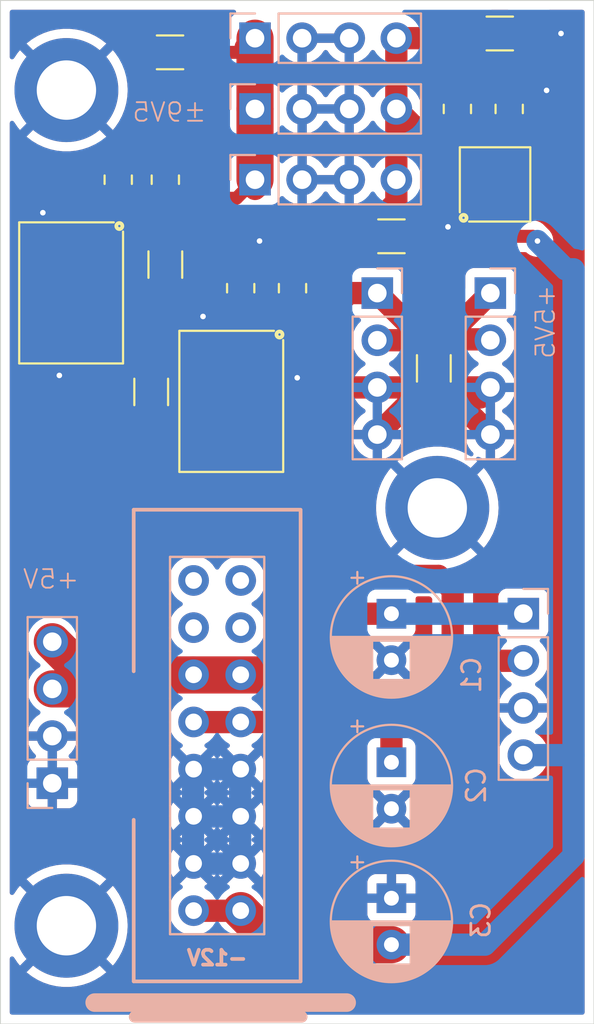
<source format=kicad_pcb>
(kicad_pcb (version 20240108) (generator "pcbnew") (generator_version "8.0")
  (layers (0 "F.Cu" signal) (31 "B.Cu" signal) (34 "B.Paste" user) (35 "F.Paste" user) (36 "B.SilkS" user "B.Silkscreen") (37 "F.SilkS" user "F.Silkscreen") (38 "B.Mask" user) (39 "F.Mask" user) (44 "Edge.Cuts" user))
  (net 0 "")
  (net 5 "-12V")
  (net 6 "+5V")
  (net 7 "GND")
  (net 8 "+12V")
  (net 9 "Net-(U3-BYP)")
  (net 10 "Net-(U1-BYP)")
  (net 11 "Net-(U2-BYP)")
  (net 12 "5V5")
  (net 13 "-9V5")
  (net 14 "+9V5")
  (net 15 "/adj3")
  (net 16 "/adj2")
  (net 17 "/adj1")
  (footprint "Capacitor_SMD:C_1206_3216Metric_Pad1.33x1.80mm_HandSolder" (layer "F.Cu") (at 115.062 122.174 180)
    (property "Reference" "C6" (hide yes))
    (property "Value" "10nF")
  )
  (footprint "Resistor_SMD:R_0805_2012Metric_Pad1.20x1.40mm_HandSolder" (layer "F.Cu") (at 109.728 124.968 90)
    (property "Reference" "R1" (hide yes))
    (property "Value" "47k")
  )
  (footprint "MountingHole:MountingHole_3.2mm_M3_DIN965_Pad" (layer "F.Cu") (at 97.536 159.3)
    (property "Reference" "H2" (hide yes))
    (property "Value" "MountingHole_Pad" (hide yes))
  )
  (footprint "PCM_Package_SO_AKL:SO-8_3.9x4.9mm_P1.27mm" (layer "F.Cu") (at 106.426 131.064 -90)
    (property "Reference" "U3" (hide yes))
    (property "Value" "LT1763CS8" (hide yes))
  )
  (footprint "Capacitor_SMD:C_1206_3216Metric_Pad1.33x1.80mm_HandSolder" (layer "F.Cu") (at 103.124 112.268 180)
    (property "Reference" "C8" (hide yes))
    (property "Value" "10uF X7R")
  )
  (footprint "Capacitor_SMD:C_1206_3216Metric_Pad1.33x1.80mm_HandSolder" (layer "F.Cu") (at 102.108 130.556 90)
    (property "Reference" "C4" (hide yes))
    (property "Value" "10nF")
  )
  (footprint "Resistor_SMD:R_0805_2012Metric_Pad1.20x1.40mm_HandSolder" (layer "F.Cu") (at 100.33 119.126 90)
    (property "Reference" "R8" (hide yes))
    (property "Value" "6k98")
  )
  (footprint "Resistor_SMD:R_0805_2012Metric_Pad1.20x1.40mm_HandSolder" (layer "F.Cu") (at 106.934 124.968 90)
    (property "Reference" "R2" (hide yes))
    (property "Value" "13k3")
  )
  (footprint "MountingHole:MountingHole_3.2mm_M3_DIN965_Pad" (layer "F.Cu") (at 117.536 136.8)
    (property "Reference" "H3" (hide yes))
    (property "Value" "MountingHole_Pad" (hide yes))
  )
  (footprint "Resistor_SMD:R_0805_2012Metric_Pad1.20x1.40mm_HandSolder" (layer "F.Cu") (at 102.87 119.126 90)
    (property "Reference" "R7" (hide yes))
    (property "Value" "47k")
  )
  (footprint "MountingHole:MountingHole_3.2mm_M3_DIN965_Pad" (layer "F.Cu") (at 97.536 114.3)
    (property "Reference" "H1" (hide yes))
    (property "Value" "MountingHole_Pad" (hide yes))
  )
  (footprint "Capacitor_SMD:C_1206_3216Metric_Pad1.33x1.80mm_HandSolder" (layer "F.Cu") (at 117.348 129.286 -90)
    (property "Reference" "C7" (hide yes))
    (property "Value" "10uF X7R")
  )
  (footprint "Capacitor_SMD:C_1206_3216Metric_Pad1.33x1.80mm_HandSolder" (layer "F.Cu") (at 102.87 123.698 -90)
    (property "Reference" "C9" (hide yes))
    (property "Value" "10nF")
  )
  (footprint "Resistor_SMD:R_0805_2012Metric_Pad1.20x1.40mm_HandSolder" (layer "F.Cu") (at 118.618 115.316 90)
    (property "Reference" "R3" (hide yes))
    (property "Value" "47k")
  )
  (footprint "Resistor_SMD:R_0805_2012Metric_Pad1.20x1.40mm_HandSolder" (layer "F.Cu") (at 121.412 115.316 90)
    (property "Reference" "R4" (hide yes))
    (property "Value" "6k98")
  )
  (footprint "PCM_Package_SO_AKL:SO-8_3.9x4.9mm_P1.27mm" (layer "F.Cu") (at 97.79 125.222 -90)
    (property "Reference" "U1" (hide yes))
    (property "Value" "LT1763CS8" (hide yes))
  )
  (footprint "Capacitor_SMD:C_1206_3216Metric_Pad1.33x1.80mm_HandSolder" (layer "F.Cu") (at 120.904 111.252)
    (property "Reference" "C5" (hide yes))
    (property "Value" "10uF X7R")
  )
  (footprint "PCM_Package_TO_SOT_SMD_AKL:SOT-23-5" (layer "F.Cu") (at 120.65 119.38 90)
    (property "Reference" "U2" (hide yes))
    (property "Value" "LT1964ES5-BYP" (hide yes))
  )
  (footprint "Capacitor_THT:CP_Radial_D6.3mm_P2.50mm" (layer "B.Cu") (at 115.062 157.819621 -90)
    (property "Reference" "C3")
    (property "Value" "22uF 25V Nichicon" (hide yes))
  )
  (footprint "PCM_4ms_Connector:Pins_2x08_2.54mm_TH_EuroPower_Shrouded_reducedsilk" (layer "B.Cu") (at 105.664 149.598 180)
    (property "Reference" "J1" (hide yes))
    (property "Value" "Eurorack_Power_16pin_Shrouded" (hide yes))
  )
  (footprint "Connector_PinHeader_2.54mm:PinHeader_1x04_P2.54mm_Vertical" (layer "B.Cu") (at 122.174 142.494 180)
    (property "Reference" "J8" (hide yes))
    (property "Value" "Conn_01x04_Pin" (hide yes))
  )
  (footprint "Connector_PinHeader_2.54mm:PinHeader_1x04_P2.54mm_Vertical" (layer "B.Cu") (at 107.706 115.316 -90)
    (property "Reference" "J5" (hide yes))
    (property "Value" "Conn_01x04_Pin" (hide yes))
  )
  (footprint "Connector_PinHeader_2.54mm:PinHeader_1x04_P2.54mm_Vertical" (layer "B.Cu") (at 120.396 125.232 180)
    (property "Reference" "J2" (hide yes))
    (property "Value" "Conn_01x04_Pin" (hide yes))
  )
  (footprint "Capacitor_THT:CP_Radial_D6.3mm_P2.50mm" (layer "B.Cu") (at 115.062 142.5 -90)
    (property "Reference" "C1")
    (property "Value" "68uF 25V Nichicon" (hide yes))
  )
  (footprint "Connector_PinHeader_2.54mm:PinHeader_1x04_P2.54mm_Vertical" (layer "B.Cu") (at 96.774 151.628)
    (property "Reference" "J7" (hide yes))
    (property "Value" "Conn_01x04_Pin" (hide yes))
  )
  (footprint "Capacitor_THT:CP_Radial_D6.3mm_P2.50mm" (layer "B.Cu") (at 115.062 150.5 -90)
    (property "Reference" "C2")
    (property "Value" "22uF 25V Nichicon" (hide yes))
  )
  (footprint "Connector_PinHeader_2.54mm:PinHeader_1x04_P2.54mm_Vertical" (layer "B.Cu") (at 107.706 119.126 -90)
    (property "Reference" "J4" (hide yes))
    (property "Value" "Conn_01x04_Pin" (hide yes))
  )
  (footprint "Connector_PinHeader_2.54mm:PinHeader_1x04_P2.54mm_Vertical" (layer "B.Cu") (at 114.3 125.232 180)
    (property "Reference" "J3" (hide yes))
    (property "Value" "Conn_01x04_Pin" (hide yes))
  )
  (footprint "Connector_PinHeader_2.54mm:PinHeader_1x04_P2.54mm_Vertical" (layer "B.Cu") (at 107.706 111.506 -90)
    (property "Reference" "J6" (hide yes))
    (property "Value" "Conn_01x04_Pin" (hide yes))
  )
  (gr_rect (start 93.98 109.474) (end 125.98 164.592) (stroke (width 0.05)) (fill none) (layer "Edge.Cuts"))
  (gr_text "+5V" (at 98.298 141.224 0) (layer "B.SilkS") (effects (font (size 1 1) (thickness 0.1)) (justify left bottom mirror)))
  (gr_text "±9V5" (at 105.156 116.078 0) (layer "B.SilkS") (effects (font (size 1 1) (thickness 0.1)) (justify left bottom mirror)))
  (gr_text "+5V5" (at 123.952 124.714 90) (layer "B.SilkS") (effects (font (size 1 1) (thickness 0.1)) (justify left bottom mirror)))
  (segment (start 112.730379 160.319621) (end 115.062 160.319621) (width 2) (layer "F.Cu") (net 5))
  (segment (start 122.682 122.174) (end 122.936 122.428) (width 0.7) (layer "F.Cu") (net 5))
  (segment (start 120.65 121.92) (end 120.904 122.174) (width 0.7) (layer "F.Cu") (net 5))
  (segment (start 112.014 161.036) (end 112.730379 160.319621) (width 2) (layer "F.Cu") (net 5))
  (segment (start 109.482 161.036) (end 112.014 161.036) (width 2) (layer "F.Cu") (net 5))
  (segment (start 120.65 120.48) (end 120.65 121.92) (width 0.7) (layer "F.Cu") (net 5))
  (segment (start 120.904 122.174) (end 122.682 122.174) (width 0.7) (layer "F.Cu") (net 5))
  (segment (start 106.904 158.496) (end 104.364 158.496) (width 1.2) (layer "F.Cu") (net 5))
  (segment (start 106.934 158.488) (end 109.482 161.036) (width 2) (layer "F.Cu") (net 5))
  (via (at 122.936 122.428) (size 0.6) (drill 0.3) (layers "F.Cu" "B.Cu") (net 5))
  (segment (start 115.062 160.319621) (end 120.096379 160.319621) (width 1.2) (layer "B.Cu") (net 5))
  (segment (start 124.88 150.114) (end 124.88 123.952) (width 1.2) (layer "B.Cu") (net 5))
  (segment (start 122.174 150.114) (end 124.88 150.114) (width 1.2) (layer "B.Cu") (net 5))
  (segment (start 124.88 123.952) (end 124.46 123.952) (width 1.2) (layer "B.Cu") (net 5))
  (segment (start 124.88 155.536) (end 124.88 150.114) (width 1.2) (layer "B.Cu") (net 5))
  (segment (start 120.096379 160.319621) (end 124.88 155.536) (width 1.2) (layer "B.Cu") (net 5))
  (segment (start 124.46 123.952) (end 122.936 122.428) (width 1.2) (layer "B.Cu") (net 5))
  (segment (start 108.364 145.796) (end 104.364 145.796) (width 2) (layer "F.Cu") (net 6))
  (segment (start 108.356 145.788) (end 108.364 145.796) (width 1.2) (layer "F.Cu") (net 6))
  (segment (start 106.904 145.796) (end 108.364 145.796) (width 0.2) (layer "F.Cu") (net 6))
  (segment (start 111.66 142.5) (end 108.364 145.796) (width 1.2) (layer "F.Cu") (net 6))
  (segment (start 98.562 145.796) (end 104.364 145.796) (width 2) (layer "F.Cu") (net 6))
  (segment (start 97.81 146.548) (end 98.562 145.796) (width 2) (layer "F.Cu") (net 6))
  (segment (start 96.774 144.008) (end 98.562 145.796) (width 2) (layer "F.Cu") (net 6))
  (segment (start 115.062 142.5) (end 111.66 142.5) (width 1.2) (layer "F.Cu") (net 6))
  (segment (start 104.364 145.796) (end 106.904 145.796) (width 0.2) (layer "F.Cu") (net 6))
  (segment (start 96.774 146.548) (end 97.81 146.548) (width 2) (layer "F.Cu") (net 6))
  (segment (start 106.934 145.788) (end 108.356 145.788) (width 1.2) (layer "F.Cu") (net 6))
  (segment (start 115.062 142.5) (end 122.168 142.5) (width 1.2) (layer "B.Cu") (net 6))
  (segment (start 122.168 142.5) (end 122.174 142.494) (width 1.2) (layer "B.Cu") (net 6))
  (segment (start 120.396 130.312) (end 118.929 130.312) (width 1.2) (layer "F.Cu") (net 7))
  (segment (start 105.791 127.381) (end 104.902 126.492) (width 0.7) (layer "F.Cu") (net 7))
  (segment (start 97.155 127.797) (end 97.155 129.667) (width 0.7) (layer "F.Cu") (net 7))
  (segment (start 107.061 132.715) (end 109.982 129.794) (width 0.7) (layer "F.Cu") (net 7))
  (segment (start 98.425 127.797) (end 97.155 127.797) (width 0.7) (layer "F.Cu") (net 7))
  (segment (start 119.7 120.48) (end 118.514 121.666) (width 0.7) (layer "F.Cu") (net 7))
  (segment (start 106.934 123.968) (end 106.934 123.444) (width 0.7) (layer "F.Cu") (net 7))
  (segment (start 118.3925 130.8485) (end 120.396 132.852) (width 1.2) (layer "F.Cu") (net 7))
  (segment (start 105.791 133.639) (end 107.061 133.639) (width 0.7) (layer "F.Cu") (net 7))
  (segment (start 121.412 114.316) (end 123.428 114.316) (width 0.7) (layer "F.Cu") (net 7))
  (segment (start 114.3 130.312) (end 110.5 130.312) (width 1.2) (layer "F.Cu") (net 7))
  (segment (start 105.791 128.489) (end 105.791 127.381) (width 0.7) (layer "F.Cu") (net 7))
  (segment (start 110.5 130.312) (end 109.982 129.794) (width 1.2) (layer "F.Cu") (net 7))
  (segment (start 110.754 130.566) (end 109.982 129.794) (width 0.7) (layer "F.Cu") (net 7))
  (segment (start 117.348 130.8485) (end 116.3035 130.8485) (width 1.2) (layer "F.Cu") (net 7))
  (segment (start 106.934 123.444) (end 107.95 122.428) (width 0.7) (layer "F.Cu") (net 7))
  (segment (start 98.806 115.586) (end 98.806 115.57) (width 0.7) (layer "F.Cu") (net 7))
  (segment (start 119.8595 130.8485) (end 120.396 130.312) (width 1.2) (layer "F.Cu") (net 7))
  (segment (start 116.3035 130.8485) (end 114.3 132.852) (width 1.2) (layer "F.Cu") (net 7))
  (segment (start 107.061 133.639) (end 107.061 132.715) (width 0.7) (layer "F.Cu") (net 7))
  (segment (start 122.4665 111.252) (end 124.206 111.252) (width 1.2) (layer "F.Cu") (net 7))
  (segment (start 118.514 121.666) (end 118.11 121.666) (width 0.7) (layer "F.Cu") (net 7))
  (segment (start 117.348 130.8485) (end 118.3925 130.8485) (width 1.2) (layer "F.Cu") (net 7))
  (segment (start 97.155 121.793) (end 96.266 120.904) (width 0.7) (layer "F.Cu") (net 7))
  (segment (start 118.929 130.312) (end 118.3925 130.8485) (width 1.2) (layer "F.Cu") (net 7))
  (segment (start 117.348 130.8485) (end 119.8595 130.8485) (width 1.2) (layer "F.Cu") (net 7))
  (segment (start 97.155 122.647) (end 97.155 121.793) (width 0.7) (layer "F.Cu") (net 7))
  (segment (start 114.3 130.312) (end 116.8115 130.312) (width 1.2) (layer "F.Cu") (net 7))
  (segment (start 116.8115 130.312) (end 117.348 130.8485) (width 1.2) (layer "F.Cu") (net 7))
  (segment (start 123.444 114.3) (end 123.428 114.316) (width 0.7) (layer "F.Cu") (net 7))
  (via (at 104.902 126.492) (size 0.6) (drill 0.3) (layers "F.Cu" "B.Cu") (net 7))
  (via (at 109.982 129.794) (size 0.6) (drill 0.3) (layers "F.Cu" "B.Cu") (net 7))
  (via (at 96.266 120.904) (size 0.6) (drill 0.3) (layers "F.Cu" "B.Cu") (net 7))
  (via (at 118.11 121.666) (size 0.6) (drill 0.3) (layers "F.Cu" "B.Cu") (net 7))
  (via (at 123.428 114.316) (size 0.6) (drill 0.3) (layers "F.Cu" "B.Cu") (net 7))
  (via (at 107.95 122.428) (size 0.6) (drill 0.3) (layers "F.Cu" "B.Cu") (net 7))
  (via (at 97.155 129.667) (size 0.6) (drill 0.3) (layers "F.Cu" "B.Cu") (net 7))
  (via (at 124.206 111.252) (size 0.6) (drill 0.3) (layers "F.Cu" "B.Cu") (net 7))
  (segment (start 104.364 150.876) (end 104.364 153.416) (width 1.2) (layer "B.Cu") (net 7))
  (segment (start 106.904 155.956) (end 104.364 155.956) (width 1.2) (layer "B.Cu") (net 7))
  (segment (start 106.904 150.876) (end 104.364 150.876) (width 1.2) (layer "B.Cu") (net 7))
  (segment (start 104.364 153.416) (end 104.364 155.956) (width 1.2) (layer "B.Cu") (net 7))
  (segment (start 104.364 153.416) (end 106.904 153.416) (width 1.2) (layer "B.Cu") (net 7))
  (segment (start 106.904 153.416) (end 106.904 150.876) (width 1.2) (layer "B.Cu") (net 7))
  (segment (start 106.904 155.956) (end 106.904 153.416) (width 1.2) (layer "B.Cu") (net 7))
  (segment (start 106.934 148.328) (end 115.062 148.328) (width 1.2) (layer "F.Cu") (net 8))
  (segment (start 95.885 131.953) (end 99.568 135.636) (width 0.7) (layer "F.Cu") (net 8))
  (segment (start 108.331 136.271) (end 108.331 134.874) (width 1.2) (layer "F.Cu") (net 8))
  (segment (start 108.331 133.639) (end 108.331 134.874) (width 0.4) (layer "F.Cu") (net 8))
  (segment (start 118.364 145.034) (end 118.364 141.224) (width 1.2) (layer "F.Cu") (net 8))
  (segment (start 104.521 133.639) (end 104.521 136.144) (width 0.7) (layer "F.Cu") (net 8))
  (segment (start 115.062 148.328) (end 116.34 148.328) (width 1.2) (layer "F.Cu") (net 8))
  (segment (start 107.444 148.876) (end 106.904 148.336) (width 0.2) (layer "F.Cu") (net 8))
  (segment (start 99.695 129.921) (end 99.568 130.048) (width 0.4) (layer "F.Cu") (net 8))
  (segment (start 112.268 140.462) (end 112.268 140.208) (width 1.2) (layer "F.Cu") (net 8))
  (segment (start 104.521 136.144) (end 104.648 136.271) (width 0.7) (layer "F.Cu") (net 8))
  (segment (start 116.34 148.328) (end 118.364 146.304) (width 1.2) (layer "F.Cu") (net 8))
  (segment (start 99.695 127.797) (end 99.695 129.921) (width 0.4) (layer "F.Cu") (net 8))
  (segment (start 95.885 127.797) (end 95.885 131.953) (width 0.7) (layer "F.Cu") (net 8))
  (segment (start 118.364 146.304) (end 118.364 145.034) (width 1.2) (layer "F.Cu") (net 8))
  (segment (start 112.268 140.208) (end 108.331 136.271) (width 1.2) (layer "F.Cu") (net 8))
  (segment (start 108.331 136.271) (end 104.648 136.271) (width 1.2) (layer "F.Cu") (net 8))
  (segment (start 122.174 145.034) (end 118.364 145.034) (width 1.2) (layer "F.Cu") (net 8))
  (segment (start 117.602 140.462) (end 112.268 140.462) (width 1.2) (layer "F.Cu") (net 8))
  (segment (start 104.648 136.271) (end 100.203 136.271) (width 1.2) (layer "F.Cu") (net 8))
  (segment (start 99.568 135.636) (end 99.568 130.048) (width 1.2) (layer "F.Cu") (net 8))
  (segment (start 115.062 150.5) (end 115.062 148.328) (width 1.2) (layer "F.Cu") (net 8))
  (segment (start 104.364 148.336) (end 106.904 148.336) (width 1.2) (layer "F.Cu") (net 8))
  (segment (start 118.364 141.224) (end 117.602 140.462) (width 1.2) (layer "F.Cu") (net 8))
  (segment (start 100.203 136.271) (end 99.568 135.636) (width 1.2) (layer "F.Cu") (net 8))
  (segment (start 102.6125 128.489) (end 102.108 128.9935) (width 0.4) (layer "F.Cu") (net 9))
  (segment (start 104.521 128.489) (end 102.6125 128.489) (width 0.4) (layer "F.Cu") (net 9))
  (segment (start 95.885 122.647) (end 95.885 124.333) (width 0.7) (layer "F.Cu") (net 10))
  (segment (start 99.822 124.714) (end 100.3685 125.2605) (width 0.7) (layer "F.Cu") (net 10))
  (segment (start 100.3685 125.2605) (end 102.87 125.2605) (width 0.7) (layer "F.Cu") (net 10))
  (segment (start 95.885 124.333) (end 96.266 124.714) (width 0.7) (layer "F.Cu") (net 10))
  (segment (start 96.266 124.714) (end 99.822 124.714) (width 0.7) (layer "F.Cu") (net 10))
  (segment (start 118.364 119.38) (end 116.6245 121.1195) (width 0.4) (layer "F.Cu") (net 11))
  (segment (start 121.6 119.822) (end 121.158 119.38) (width 0.4) (layer "F.Cu") (net 11))
  (segment (start 116.6245 121.1195) (end 116.6245 122.174) (width 0.4) (layer "F.Cu") (net 11))
  (segment (start 121.6 120.48) (end 121.6 119.822) (width 0.4) (layer "F.Cu") (net 11))
  (segment (start 121.158 119.38) (end 118.364 119.38) (width 0.4) (layer "F.Cu") (net 11))
  (segment (start 112.766 125.232) (end 112.014 125.984) (width 1.2) (layer "F.Cu") (net 12))
  (segment (start 108.331 127.365) (end 109.728 125.968) (width 0.4) (layer "F.Cu") (net 12))
  (segment (start 120.3475 127.7235) (end 120.396 127.772) (width 1.2) (layer "F.Cu") (net 12))
  (segment (start 103.0855 132.1185) (end 104.14 131.064) (width 0.4) (layer "F.Cu") (net 12))
  (segment (start 116.7915 127.7235) (end 114.3 125.232) (width 1.2) (layer "F.Cu") (net 12))
  (segment (start 102.108 132.1185) (end 103.0855 132.1185) (width 0.4) (layer "F.Cu") (net 12))
  (segment (start 117.2995 127.772) (end 117.348 127.7235) (width 1.2) (layer "F.Cu") (net 12))
  (segment (start 107.188 131.064) (end 108.331 129.921) (width 0.4) (layer "F.Cu") (net 12))
  (segment (start 114.3 125.232) (end 112.766 125.232) (width 1.2) (layer "F.Cu") (net 12))
  (segment (start 117.348 127.7235) (end 117.9045 127.7235) (width 1.2) (layer "F.Cu") (net 12))
  (segment (start 111.998 125.968) (end 109.728 125.968) (width 1.2) (layer "F.Cu") (net 12))
  (segment (start 104.14 131.064) (end 107.188 131.064) (width 0.4) (layer "F.Cu") (net 12))
  (segment (start 117.9045 127.7235) (end 120.396 125.232) (width 1.2) (layer "F.Cu") (net 12))
  (segment (start 117.348 127.7235) (end 120.3475 127.7235) (width 1.2) (layer "F.Cu") (net 12))
  (segment (start 114.3 127.772) (end 117.2995 127.772) (width 1.2) (layer "F.Cu") (net 12))
  (segment (start 112.014 125.984) (end 111.998 125.968) (width 1.2) (layer "F.Cu") (net 12))
  (segment (start 117.348 127.7235) (end 116.7915 127.7235) (width 1.2) (layer "F.Cu") (net 12))
  (segment (start 108.331 128.489) (end 108.331 127.365) (width 0.4) (layer "F.Cu") (net 12))
  (segment (start 108.331 129.921) (end 108.331 128.489) (width 0.4) (layer "F.Cu") (net 12))
  (segment (start 119.0875 111.506) (end 119.3415 111.252) (width 1.2) (layer "F.Cu") (net 13))
  (segment (start 115.326 120.3475) (end 113.4995 122.174) (width 1.2) (layer "F.Cu") (net 13))
  (segment (start 113.2455 122.428) (end 113.538 122.428) (width 0.7) (layer "F.Cu") (net 13))
  (segment (start 115.326 115.316) (end 115.326 119.126) (width 1.2) (layer "F.Cu") (net 13))
  (segment (start 119.7 118.28) (end 119.7 117.398) (width 0.7) (layer "F.Cu") (net 13))
  (segment (start 115.326 115.316) (end 116.326 116.316) (width 1.2) (layer "F.Cu") (net 13))
  (segment (start 115.326 111.506) (end 115.326 115.316) (width 1.2) (layer "F.Cu") (net 13))
  (segment (start 115.326 111.506) (end 119.0875 111.506) (width 1.2) (layer "F.Cu") (net 13))
  (segment (start 119.7 117.398) (end 118.618 116.316) (width 0.7) (layer "F.Cu") (net 13))
  (segment (start 115.326 119.126) (end 115.326 120.3475) (width 1.2) (layer "F.Cu") (net 13))
  (segment (start 116.326 116.316) (end 118.618 116.316) (width 1.2) (layer "F.Cu") (net 13))
  (segment (start 106.706 120.126) (end 107.706 119.126) (width 0.7) (layer "F.Cu") (net 14))
  (segment (start 107.706 115.316) (end 107.706 111.506) (width 2) (layer "F.Cu") (net 14))
  (segment (start 106.944 112.268) (end 107.706 111.506) (width 0.7) (layer "F.Cu") (net 14))
  (segment (start 100.2065 122.1355) (end 99.695 122.647) (width 0.7) (layer "F.Cu") (net 14))
  (segment (start 107.706 119.126) (end 107.706 119.624) (width 1.2) (layer "F.Cu") (net 14))
  (segment (start 102.87 120.126) (end 106.706 120.126) (width 0.7) (layer "F.Cu") (net 14))
  (segment (start 102.87 122.1355) (end 100.2065 122.1355) (width 0.7) (layer "F.Cu") (net 14))
  (segment (start 102.87 120.126) (end 102.87 122.1355) (width 0.7) (layer "F.Cu") (net 14))
  (segment (start 107.198 112.014) (end 107.706 111.506) (width 1.2) (layer "F.Cu") (net 14))
  (segment (start 107.706 115.316) (end 107.706 119.126) (width 2) (layer "F.Cu") (net 14))
  (segment (start 104.6865 112.268) (end 106.944 112.268) (width 0.7) (layer "F.Cu") (net 14))
  (segment (start 106.934 125.968) (end 106.934 128.362) (width 0.4) (layer "F.Cu") (net 15))
  (segment (start 106.934 128.362) (end 107.061 128.489) (width 0.4) (layer "F.Cu") (net 15))
  (segment (start 109.712 123.968) (end 107.712 125.968) (width 0.4) (layer "F.Cu") (net 15))
  (segment (start 107.712 125.968) (end 106.934 125.968) (width 0.4) (layer "F.Cu") (net 15))
  (segment (start 109.728 123.968) (end 109.712 123.968) (width 0.4) (layer "F.Cu") (net 15))
  (segment (start 118.618 114.316) (end 118.634 114.316) (width 0.4) (layer "F.Cu") (net 16))
  (segment (start 121.6 116.504) (end 121.412 116.316) (width 0.4) (layer "F.Cu") (net 16))
  (segment (start 121.6 118.28) (end 121.6 116.504) (width 0.4) (layer "F.Cu") (net 16))
  (segment (start 118.634 114.316) (end 120.634 116.316) (width 0.4) (layer "F.Cu") (net 16))
  (segment (start 120.634 116.316) (end 121.412 116.316) (width 0.4) (layer "F.Cu") (net 16))
  (segment (start 100.854 120.126) (end 100.33 120.126) (width 0.7) (layer "F.Cu") (net 17))
  (segment (start 98.806 120.126) (end 100.33 120.126) (width 0.7) (layer "F.Cu") (net 17))
  (segment (start 102.346 118.126) (end 101.854 118.618) (width 0.7) (layer "F.Cu") (net 17))
  (segment (start 102.87 118.126) (end 102.346 118.126) (width 0.7) (layer "F.Cu") (net 17))
  (segment (start 98.425 122.647) (end 98.425 120.507) (width 0.7) (layer "F.Cu") (net 17))
  (segment (start 101.854 118.618) (end 101.854 119.126) (width 0.7) (layer "F.Cu") (net 17))
  (segment (start 101.854 119.126) (end 100.854 120.126) (width 0.7) (layer "F.Cu") (net 17))
  (segment (start 98.425 120.507) (end 98.806 120.126) (width 0.7) (layer "F.Cu") (net 17))
  (zone (net 7) (net_name "GND") (layer "F.Cu") (connect_pads (clearance 0.5)) (min_thickness 0.25) (fill yes (thermal_gap 0.5) (thermal_bridge_width 0.5))
    (polygon (pts (xy 93.98 109.474) (xy 93.98 164.592) (xy 125.984 164.592) (xy 125.984 109.474)))
  )
  (zone (net 7) (net_name "GND") (layer "B.Cu") (priority 1) (connect_pads (clearance 0.5)) (min_thickness 0.25) (fill yes (thermal_gap 0.5) (thermal_bridge_width 0.5))
    (polygon (pts (xy 93.98 109.474) (xy 93.98 164.592) (xy 125.984 164.592) (xy 125.984 109.474)))
  )
)
</source>
